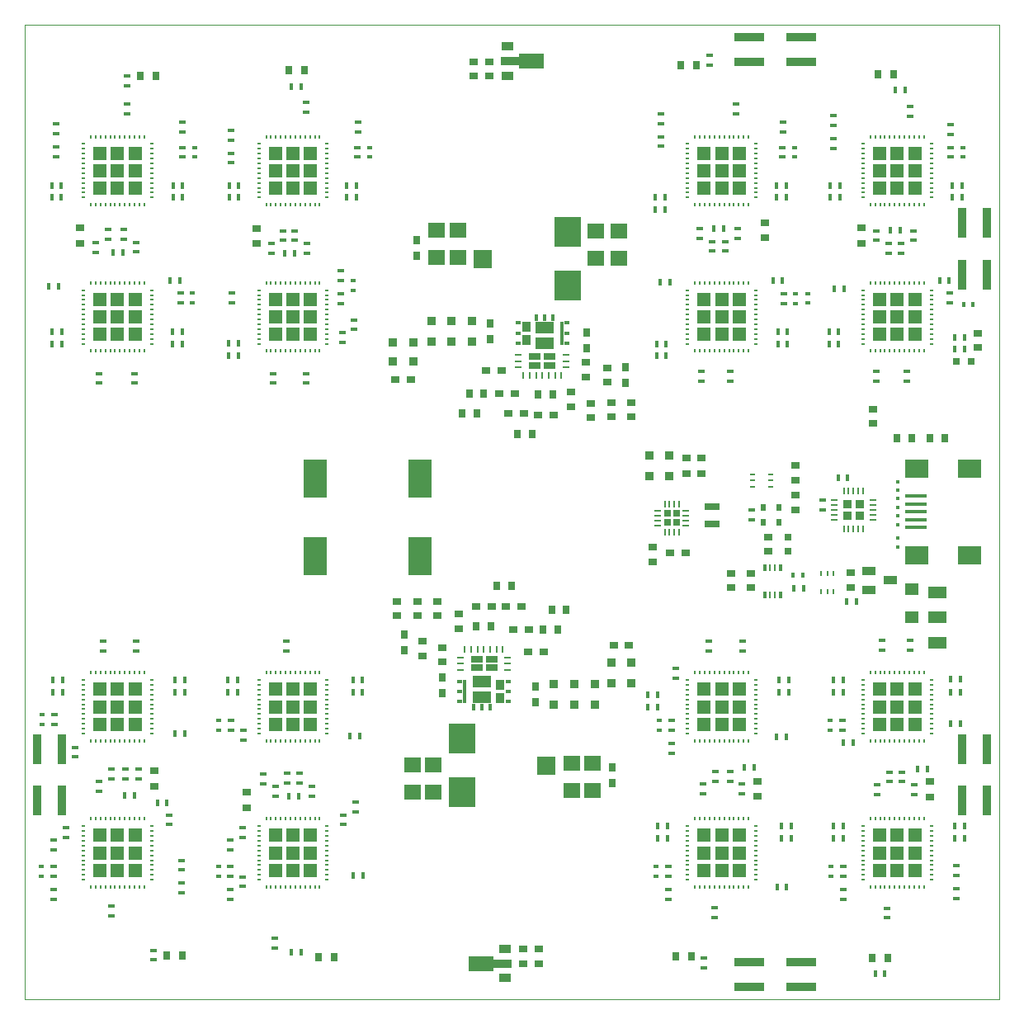
<source format=gtp>
G04 (created by PCBNEW (2013-mar-13)-testing) date Tue 16 Jul 2013 01:06:52 PM ICT*
%MOIN*%
G04 Gerber Fmt 3.4, Leading zero omitted, Abs format*
%FSLAX34Y34*%
G01*
G70*
G90*
G04 APERTURE LIST*
%ADD10C,0.00393701*%
%ADD11R,0.023622X0.0314961*%
%ADD12R,0.0688315X0.0609315*%
%ADD13R,0.0865315X0.0176315*%
%ADD14R,0.0964315X0.0767315*%
%ADD15R,0.0240157X0.00984252*%
%ADD16R,0.0767717X0.0480315*%
%ADD17R,0.0216315X0.0137315*%
%ADD18R,0.124016X0.0374016*%
%ADD19R,0.0374016X0.124016*%
%ADD20R,0.0176315X0.0098315*%
%ADD21R,0.0098315X0.0176315*%
%ADD22R,0.0570866X0.0570866*%
%ADD23R,0.0098315X0.0275315*%
%ADD24R,0.0275315X0.0098315*%
%ADD25R,0.0255906X0.0255906*%
%ADD26R,0.0098315X0.0255315*%
%ADD27R,0.0255315X0.0098315*%
%ADD28R,0.0216535X0.0149606*%
%ADD29R,0.0149606X0.0255906*%
%ADD30R,0.0452756X0.0255906*%
%ADD31R,0.075748X0.0468504*%
%ADD32R,0.0334646X0.0433071*%
%ADD33R,0.0129921X0.096063*%
%ADD34R,0.00984252X0.0240157*%
%ADD35R,0.0177165X0.0177165*%
%ADD36R,0.0492126X0.0334646*%
%ADD37R,0.0728346X0.0334646*%
%ADD38R,0.104331X0.0649606*%
%ADD39R,0.0137795X0.0275591*%
%ADD40R,0.00984252X0.0275591*%
%ADD41R,0.0531496X0.0374016*%
%ADD42R,0.0295276X0.0295276*%
%ADD43R,0.0531496X0.0492126*%
%ADD44R,0.0728346X0.0767717*%
%ADD45R,0.108268X0.120079*%
%ADD46R,0.0610236X0.0295276*%
%ADD47R,0.0295276X0.0374016*%
%ADD48R,0.0374016X0.0295276*%
%ADD49R,0.0964567X0.155512*%
%ADD50R,0.0295276X0.0334646*%
%ADD51R,0.0334646X0.0295276*%
%ADD52R,0.0374016X0.0374016*%
%ADD53R,0.0334646X0.0255906*%
%ADD54R,0.0255906X0.0334646*%
%ADD55R,0.0255906X0.0177165*%
%ADD56R,0.0177165X0.0255906*%
%ADD57R,0.0216535X0.0177165*%
%ADD58R,0.0177165X0.0216535*%
%ADD59R,0.00984252X0.0295276*%
%ADD60R,0.0295276X0.00984252*%
%ADD61R,0.0295315X0.00984252*%
G04 APERTURE END LIST*
G54D10*
X38779Y-61023D02*
X78149Y-61023D01*
X78149Y-61023D02*
X78149Y-21653D01*
X78149Y-21653D02*
X38779Y-21653D01*
X38779Y-21653D02*
X38779Y-61023D01*
G54D11*
X69242Y-41151D03*
X68592Y-41151D03*
X69242Y-41761D03*
X68592Y-41761D03*
G54D12*
X56279Y-29960D03*
X56279Y-31062D03*
X55413Y-29960D03*
X55413Y-31062D03*
X61850Y-29980D03*
X61850Y-31082D03*
X62775Y-29980D03*
X62775Y-31082D03*
X60885Y-52607D03*
X60885Y-51505D03*
X61712Y-52587D03*
X61712Y-51485D03*
X55275Y-52657D03*
X55275Y-51555D03*
X54429Y-52657D03*
X54429Y-51555D03*
G54D13*
X74763Y-41338D03*
X74763Y-41652D03*
X74763Y-41967D03*
X74763Y-41024D03*
X74763Y-40709D03*
G54D14*
X74803Y-43089D03*
X74803Y-39587D03*
X76948Y-43089D03*
X76948Y-39587D03*
G54D15*
X68905Y-40334D03*
X68181Y-40078D03*
X68905Y-39822D03*
X68905Y-40078D03*
X68181Y-39822D03*
X68181Y-40334D03*
G54D16*
X75629Y-45610D03*
X75629Y-46614D03*
X75629Y-44606D03*
G54D17*
X70403Y-32539D03*
X70403Y-32893D03*
G54D18*
X68051Y-23159D03*
X68051Y-22155D03*
X70137Y-22155D03*
X70137Y-23159D03*
G54D19*
X76643Y-29665D03*
X77647Y-29665D03*
X77647Y-31751D03*
X76643Y-31751D03*
X76643Y-50925D03*
X77647Y-50925D03*
X77647Y-53011D03*
X76643Y-53011D03*
G54D18*
X70137Y-59517D03*
X70137Y-60521D03*
X68051Y-60521D03*
X68051Y-59517D03*
G54D20*
X43896Y-26477D03*
X43896Y-26674D03*
X43896Y-26871D03*
X43896Y-27067D03*
X43896Y-27264D03*
X43896Y-27461D03*
X43896Y-27657D03*
X43896Y-27854D03*
X43896Y-28051D03*
X43896Y-28247D03*
X43896Y-28444D03*
X43896Y-28641D03*
G54D21*
X43601Y-28936D03*
X43404Y-28936D03*
X43207Y-28936D03*
X43011Y-28936D03*
X42814Y-28936D03*
X42617Y-28936D03*
X42421Y-28936D03*
X42224Y-28936D03*
X42027Y-28936D03*
X41831Y-28936D03*
X41634Y-28936D03*
X41437Y-28936D03*
G54D20*
X41142Y-28641D03*
X41142Y-28444D03*
X41142Y-28247D03*
X41142Y-28051D03*
X41142Y-27854D03*
X41142Y-27657D03*
X41142Y-27461D03*
X41142Y-27264D03*
X41142Y-27067D03*
X41142Y-26871D03*
X41142Y-26674D03*
X41142Y-26477D03*
G54D21*
X41437Y-26182D03*
X41634Y-26182D03*
X41831Y-26182D03*
X42027Y-26182D03*
X42224Y-26182D03*
X42421Y-26182D03*
X42617Y-26182D03*
X42814Y-26182D03*
X43011Y-26182D03*
X43207Y-26182D03*
X43404Y-26182D03*
X43601Y-26182D03*
G54D22*
X41811Y-26850D03*
X42519Y-26850D03*
X43228Y-26850D03*
X41811Y-27559D03*
X42519Y-27559D03*
X43228Y-27559D03*
X41811Y-28267D03*
X42519Y-28267D03*
X43228Y-28267D03*
G54D20*
X43896Y-32382D03*
X43896Y-32579D03*
X43896Y-32776D03*
X43896Y-32972D03*
X43896Y-33169D03*
X43896Y-33366D03*
X43896Y-33562D03*
X43896Y-33759D03*
X43896Y-33956D03*
X43896Y-34152D03*
X43896Y-34349D03*
X43896Y-34546D03*
G54D21*
X43601Y-34841D03*
X43404Y-34841D03*
X43207Y-34841D03*
X43011Y-34841D03*
X42814Y-34841D03*
X42617Y-34841D03*
X42421Y-34841D03*
X42224Y-34841D03*
X42027Y-34841D03*
X41831Y-34841D03*
X41634Y-34841D03*
X41437Y-34841D03*
G54D20*
X41142Y-34546D03*
X41142Y-34349D03*
X41142Y-34152D03*
X41142Y-33956D03*
X41142Y-33759D03*
X41142Y-33562D03*
X41142Y-33366D03*
X41142Y-33169D03*
X41142Y-32972D03*
X41142Y-32776D03*
X41142Y-32579D03*
X41142Y-32382D03*
G54D21*
X41437Y-32087D03*
X41634Y-32087D03*
X41831Y-32087D03*
X42027Y-32087D03*
X42224Y-32087D03*
X42421Y-32087D03*
X42617Y-32087D03*
X42814Y-32087D03*
X43011Y-32087D03*
X43207Y-32087D03*
X43404Y-32087D03*
X43601Y-32087D03*
G54D22*
X41811Y-32755D03*
X42519Y-32755D03*
X43228Y-32755D03*
X41811Y-33464D03*
X42519Y-33464D03*
X43228Y-33464D03*
X41811Y-34173D03*
X42519Y-34173D03*
X43228Y-34173D03*
G54D20*
X50983Y-32382D03*
X50983Y-32579D03*
X50983Y-32776D03*
X50983Y-32972D03*
X50983Y-33169D03*
X50983Y-33366D03*
X50983Y-33562D03*
X50983Y-33759D03*
X50983Y-33956D03*
X50983Y-34152D03*
X50983Y-34349D03*
X50983Y-34546D03*
G54D21*
X50688Y-34841D03*
X50491Y-34841D03*
X50294Y-34841D03*
X50098Y-34841D03*
X49901Y-34841D03*
X49704Y-34841D03*
X49508Y-34841D03*
X49311Y-34841D03*
X49114Y-34841D03*
X48918Y-34841D03*
X48721Y-34841D03*
X48524Y-34841D03*
G54D20*
X48229Y-34546D03*
X48229Y-34349D03*
X48229Y-34152D03*
X48229Y-33956D03*
X48229Y-33759D03*
X48229Y-33562D03*
X48229Y-33366D03*
X48229Y-33169D03*
X48229Y-32972D03*
X48229Y-32776D03*
X48229Y-32579D03*
X48229Y-32382D03*
G54D21*
X48524Y-32087D03*
X48721Y-32087D03*
X48918Y-32087D03*
X49114Y-32087D03*
X49311Y-32087D03*
X49508Y-32087D03*
X49704Y-32087D03*
X49901Y-32087D03*
X50098Y-32087D03*
X50294Y-32087D03*
X50491Y-32087D03*
X50688Y-32087D03*
G54D22*
X48897Y-32755D03*
X49606Y-32755D03*
X50314Y-32755D03*
X48897Y-33464D03*
X49606Y-33464D03*
X50314Y-33464D03*
X48897Y-34173D03*
X49606Y-34173D03*
X50314Y-34173D03*
G54D20*
X50983Y-26477D03*
X50983Y-26674D03*
X50983Y-26871D03*
X50983Y-27067D03*
X50983Y-27264D03*
X50983Y-27461D03*
X50983Y-27657D03*
X50983Y-27854D03*
X50983Y-28051D03*
X50983Y-28247D03*
X50983Y-28444D03*
X50983Y-28641D03*
G54D21*
X50688Y-28936D03*
X50491Y-28936D03*
X50294Y-28936D03*
X50098Y-28936D03*
X49901Y-28936D03*
X49704Y-28936D03*
X49508Y-28936D03*
X49311Y-28936D03*
X49114Y-28936D03*
X48918Y-28936D03*
X48721Y-28936D03*
X48524Y-28936D03*
G54D20*
X48229Y-28641D03*
X48229Y-28444D03*
X48229Y-28247D03*
X48229Y-28051D03*
X48229Y-27854D03*
X48229Y-27657D03*
X48229Y-27461D03*
X48229Y-27264D03*
X48229Y-27067D03*
X48229Y-26871D03*
X48229Y-26674D03*
X48229Y-26477D03*
G54D21*
X48524Y-26182D03*
X48721Y-26182D03*
X48918Y-26182D03*
X49114Y-26182D03*
X49311Y-26182D03*
X49508Y-26182D03*
X49704Y-26182D03*
X49901Y-26182D03*
X50098Y-26182D03*
X50294Y-26182D03*
X50491Y-26182D03*
X50688Y-26182D03*
G54D22*
X48897Y-26850D03*
X49606Y-26850D03*
X50314Y-26850D03*
X48897Y-27559D03*
X49606Y-27559D03*
X50314Y-27559D03*
X48897Y-28267D03*
X49606Y-28267D03*
X50314Y-28267D03*
G54D20*
X41142Y-50294D03*
X41142Y-50097D03*
X41142Y-49900D03*
X41142Y-49704D03*
X41142Y-49507D03*
X41142Y-49310D03*
X41142Y-49114D03*
X41142Y-48917D03*
X41142Y-48720D03*
X41142Y-48524D03*
X41142Y-48327D03*
X41142Y-48130D03*
G54D21*
X41437Y-47835D03*
X41634Y-47835D03*
X41831Y-47835D03*
X42027Y-47835D03*
X42224Y-47835D03*
X42421Y-47835D03*
X42617Y-47835D03*
X42814Y-47835D03*
X43011Y-47835D03*
X43207Y-47835D03*
X43404Y-47835D03*
X43601Y-47835D03*
G54D20*
X43896Y-48130D03*
X43896Y-48327D03*
X43896Y-48524D03*
X43896Y-48720D03*
X43896Y-48917D03*
X43896Y-49114D03*
X43896Y-49310D03*
X43896Y-49507D03*
X43896Y-49704D03*
X43896Y-49900D03*
X43896Y-50097D03*
X43896Y-50294D03*
G54D21*
X43601Y-50589D03*
X43404Y-50589D03*
X43207Y-50589D03*
X43011Y-50589D03*
X42814Y-50589D03*
X42617Y-50589D03*
X42421Y-50589D03*
X42224Y-50589D03*
X42027Y-50589D03*
X41831Y-50589D03*
X41634Y-50589D03*
X41437Y-50589D03*
G54D22*
X43228Y-49921D03*
X42519Y-49921D03*
X41811Y-49921D03*
X43228Y-49212D03*
X42519Y-49212D03*
X41811Y-49212D03*
X43228Y-48503D03*
X42519Y-48503D03*
X41811Y-48503D03*
G54D20*
X41142Y-56200D03*
X41142Y-56003D03*
X41142Y-55806D03*
X41142Y-55610D03*
X41142Y-55413D03*
X41142Y-55216D03*
X41142Y-55020D03*
X41142Y-54823D03*
X41142Y-54626D03*
X41142Y-54430D03*
X41142Y-54233D03*
X41142Y-54036D03*
G54D21*
X41437Y-53741D03*
X41634Y-53741D03*
X41831Y-53741D03*
X42027Y-53741D03*
X42224Y-53741D03*
X42421Y-53741D03*
X42617Y-53741D03*
X42814Y-53741D03*
X43011Y-53741D03*
X43207Y-53741D03*
X43404Y-53741D03*
X43601Y-53741D03*
G54D20*
X43896Y-54036D03*
X43896Y-54233D03*
X43896Y-54430D03*
X43896Y-54626D03*
X43896Y-54823D03*
X43896Y-55020D03*
X43896Y-55216D03*
X43896Y-55413D03*
X43896Y-55610D03*
X43896Y-55806D03*
X43896Y-56003D03*
X43896Y-56200D03*
G54D21*
X43601Y-56495D03*
X43404Y-56495D03*
X43207Y-56495D03*
X43011Y-56495D03*
X42814Y-56495D03*
X42617Y-56495D03*
X42421Y-56495D03*
X42224Y-56495D03*
X42027Y-56495D03*
X41831Y-56495D03*
X41634Y-56495D03*
X41437Y-56495D03*
G54D22*
X43228Y-55826D03*
X42519Y-55826D03*
X41811Y-55826D03*
X43228Y-55118D03*
X42519Y-55118D03*
X41811Y-55118D03*
X43228Y-54409D03*
X42519Y-54409D03*
X41811Y-54409D03*
G54D20*
X48229Y-56200D03*
X48229Y-56003D03*
X48229Y-55806D03*
X48229Y-55610D03*
X48229Y-55413D03*
X48229Y-55216D03*
X48229Y-55020D03*
X48229Y-54823D03*
X48229Y-54626D03*
X48229Y-54430D03*
X48229Y-54233D03*
X48229Y-54036D03*
G54D21*
X48524Y-53741D03*
X48721Y-53741D03*
X48918Y-53741D03*
X49114Y-53741D03*
X49311Y-53741D03*
X49508Y-53741D03*
X49704Y-53741D03*
X49901Y-53741D03*
X50098Y-53741D03*
X50294Y-53741D03*
X50491Y-53741D03*
X50688Y-53741D03*
G54D20*
X50983Y-54036D03*
X50983Y-54233D03*
X50983Y-54430D03*
X50983Y-54626D03*
X50983Y-54823D03*
X50983Y-55020D03*
X50983Y-55216D03*
X50983Y-55413D03*
X50983Y-55610D03*
X50983Y-55806D03*
X50983Y-56003D03*
X50983Y-56200D03*
G54D21*
X50688Y-56495D03*
X50491Y-56495D03*
X50294Y-56495D03*
X50098Y-56495D03*
X49901Y-56495D03*
X49704Y-56495D03*
X49508Y-56495D03*
X49311Y-56495D03*
X49114Y-56495D03*
X48918Y-56495D03*
X48721Y-56495D03*
X48524Y-56495D03*
G54D22*
X50314Y-55826D03*
X49606Y-55826D03*
X48897Y-55826D03*
X50314Y-55118D03*
X49606Y-55118D03*
X48897Y-55118D03*
X50314Y-54409D03*
X49606Y-54409D03*
X48897Y-54409D03*
G54D20*
X48229Y-50294D03*
X48229Y-50097D03*
X48229Y-49900D03*
X48229Y-49704D03*
X48229Y-49507D03*
X48229Y-49310D03*
X48229Y-49114D03*
X48229Y-48917D03*
X48229Y-48720D03*
X48229Y-48524D03*
X48229Y-48327D03*
X48229Y-48130D03*
G54D21*
X48524Y-47835D03*
X48721Y-47835D03*
X48918Y-47835D03*
X49114Y-47835D03*
X49311Y-47835D03*
X49508Y-47835D03*
X49704Y-47835D03*
X49901Y-47835D03*
X50098Y-47835D03*
X50294Y-47835D03*
X50491Y-47835D03*
X50688Y-47835D03*
G54D20*
X50983Y-48130D03*
X50983Y-48327D03*
X50983Y-48524D03*
X50983Y-48720D03*
X50983Y-48917D03*
X50983Y-49114D03*
X50983Y-49310D03*
X50983Y-49507D03*
X50983Y-49704D03*
X50983Y-49900D03*
X50983Y-50097D03*
X50983Y-50294D03*
G54D21*
X50688Y-50589D03*
X50491Y-50589D03*
X50294Y-50589D03*
X50098Y-50589D03*
X49901Y-50589D03*
X49704Y-50589D03*
X49508Y-50589D03*
X49311Y-50589D03*
X49114Y-50589D03*
X48918Y-50589D03*
X48721Y-50589D03*
X48524Y-50589D03*
G54D22*
X50314Y-49921D03*
X49606Y-49921D03*
X48897Y-49921D03*
X50314Y-49212D03*
X49606Y-49212D03*
X48897Y-49212D03*
X50314Y-48503D03*
X49606Y-48503D03*
X48897Y-48503D03*
G54D20*
X65552Y-50294D03*
X65552Y-50097D03*
X65552Y-49900D03*
X65552Y-49704D03*
X65552Y-49507D03*
X65552Y-49310D03*
X65552Y-49114D03*
X65552Y-48917D03*
X65552Y-48720D03*
X65552Y-48524D03*
X65552Y-48327D03*
X65552Y-48130D03*
G54D21*
X65847Y-47835D03*
X66044Y-47835D03*
X66241Y-47835D03*
X66437Y-47835D03*
X66634Y-47835D03*
X66831Y-47835D03*
X67027Y-47835D03*
X67224Y-47835D03*
X67421Y-47835D03*
X67617Y-47835D03*
X67814Y-47835D03*
X68011Y-47835D03*
G54D20*
X68306Y-48130D03*
X68306Y-48327D03*
X68306Y-48524D03*
X68306Y-48720D03*
X68306Y-48917D03*
X68306Y-49114D03*
X68306Y-49310D03*
X68306Y-49507D03*
X68306Y-49704D03*
X68306Y-49900D03*
X68306Y-50097D03*
X68306Y-50294D03*
G54D21*
X68011Y-50589D03*
X67814Y-50589D03*
X67617Y-50589D03*
X67421Y-50589D03*
X67224Y-50589D03*
X67027Y-50589D03*
X66831Y-50589D03*
X66634Y-50589D03*
X66437Y-50589D03*
X66241Y-50589D03*
X66044Y-50589D03*
X65847Y-50589D03*
G54D22*
X67637Y-49921D03*
X66929Y-49921D03*
X66220Y-49921D03*
X67637Y-49212D03*
X66929Y-49212D03*
X66220Y-49212D03*
X67637Y-48503D03*
X66929Y-48503D03*
X66220Y-48503D03*
G54D20*
X65552Y-56200D03*
X65552Y-56003D03*
X65552Y-55806D03*
X65552Y-55610D03*
X65552Y-55413D03*
X65552Y-55216D03*
X65552Y-55020D03*
X65552Y-54823D03*
X65552Y-54626D03*
X65552Y-54430D03*
X65552Y-54233D03*
X65552Y-54036D03*
G54D21*
X65847Y-53741D03*
X66044Y-53741D03*
X66241Y-53741D03*
X66437Y-53741D03*
X66634Y-53741D03*
X66831Y-53741D03*
X67027Y-53741D03*
X67224Y-53741D03*
X67421Y-53741D03*
X67617Y-53741D03*
X67814Y-53741D03*
X68011Y-53741D03*
G54D20*
X68306Y-54036D03*
X68306Y-54233D03*
X68306Y-54430D03*
X68306Y-54626D03*
X68306Y-54823D03*
X68306Y-55020D03*
X68306Y-55216D03*
X68306Y-55413D03*
X68306Y-55610D03*
X68306Y-55806D03*
X68306Y-56003D03*
X68306Y-56200D03*
G54D21*
X68011Y-56495D03*
X67814Y-56495D03*
X67617Y-56495D03*
X67421Y-56495D03*
X67224Y-56495D03*
X67027Y-56495D03*
X66831Y-56495D03*
X66634Y-56495D03*
X66437Y-56495D03*
X66241Y-56495D03*
X66044Y-56495D03*
X65847Y-56495D03*
G54D22*
X67637Y-55826D03*
X66929Y-55826D03*
X66220Y-55826D03*
X67637Y-55118D03*
X66929Y-55118D03*
X66220Y-55118D03*
X67637Y-54409D03*
X66929Y-54409D03*
X66220Y-54409D03*
G54D20*
X72638Y-56200D03*
X72638Y-56003D03*
X72638Y-55806D03*
X72638Y-55610D03*
X72638Y-55413D03*
X72638Y-55216D03*
X72638Y-55020D03*
X72638Y-54823D03*
X72638Y-54626D03*
X72638Y-54430D03*
X72638Y-54233D03*
X72638Y-54036D03*
G54D21*
X72933Y-53741D03*
X73130Y-53741D03*
X73327Y-53741D03*
X73523Y-53741D03*
X73720Y-53741D03*
X73917Y-53741D03*
X74113Y-53741D03*
X74310Y-53741D03*
X74507Y-53741D03*
X74703Y-53741D03*
X74900Y-53741D03*
X75097Y-53741D03*
G54D20*
X75392Y-54036D03*
X75392Y-54233D03*
X75392Y-54430D03*
X75392Y-54626D03*
X75392Y-54823D03*
X75392Y-55020D03*
X75392Y-55216D03*
X75392Y-55413D03*
X75392Y-55610D03*
X75392Y-55806D03*
X75392Y-56003D03*
X75392Y-56200D03*
G54D21*
X75097Y-56495D03*
X74900Y-56495D03*
X74703Y-56495D03*
X74507Y-56495D03*
X74310Y-56495D03*
X74113Y-56495D03*
X73917Y-56495D03*
X73720Y-56495D03*
X73523Y-56495D03*
X73327Y-56495D03*
X73130Y-56495D03*
X72933Y-56495D03*
G54D22*
X74724Y-55826D03*
X74015Y-55826D03*
X73307Y-55826D03*
X74724Y-55118D03*
X74015Y-55118D03*
X73307Y-55118D03*
X74724Y-54409D03*
X74015Y-54409D03*
X73307Y-54409D03*
G54D20*
X72638Y-50294D03*
X72638Y-50097D03*
X72638Y-49900D03*
X72638Y-49704D03*
X72638Y-49507D03*
X72638Y-49310D03*
X72638Y-49114D03*
X72638Y-48917D03*
X72638Y-48720D03*
X72638Y-48524D03*
X72638Y-48327D03*
X72638Y-48130D03*
G54D21*
X72933Y-47835D03*
X73130Y-47835D03*
X73327Y-47835D03*
X73523Y-47835D03*
X73720Y-47835D03*
X73917Y-47835D03*
X74113Y-47835D03*
X74310Y-47835D03*
X74507Y-47835D03*
X74703Y-47835D03*
X74900Y-47835D03*
X75097Y-47835D03*
G54D20*
X75392Y-48130D03*
X75392Y-48327D03*
X75392Y-48524D03*
X75392Y-48720D03*
X75392Y-48917D03*
X75392Y-49114D03*
X75392Y-49310D03*
X75392Y-49507D03*
X75392Y-49704D03*
X75392Y-49900D03*
X75392Y-50097D03*
X75392Y-50294D03*
G54D21*
X75097Y-50589D03*
X74900Y-50589D03*
X74703Y-50589D03*
X74507Y-50589D03*
X74310Y-50589D03*
X74113Y-50589D03*
X73917Y-50589D03*
X73720Y-50589D03*
X73523Y-50589D03*
X73327Y-50589D03*
X73130Y-50589D03*
X72933Y-50589D03*
G54D22*
X74724Y-49921D03*
X74015Y-49921D03*
X73307Y-49921D03*
X74724Y-49212D03*
X74015Y-49212D03*
X73307Y-49212D03*
X74724Y-48503D03*
X74015Y-48503D03*
X73307Y-48503D03*
G54D20*
X75392Y-32382D03*
X75392Y-32579D03*
X75392Y-32776D03*
X75392Y-32972D03*
X75392Y-33169D03*
X75392Y-33366D03*
X75392Y-33562D03*
X75392Y-33759D03*
X75392Y-33956D03*
X75392Y-34152D03*
X75392Y-34349D03*
X75392Y-34546D03*
G54D21*
X75097Y-34841D03*
X74900Y-34841D03*
X74703Y-34841D03*
X74507Y-34841D03*
X74310Y-34841D03*
X74113Y-34841D03*
X73917Y-34841D03*
X73720Y-34841D03*
X73523Y-34841D03*
X73327Y-34841D03*
X73130Y-34841D03*
X72933Y-34841D03*
G54D20*
X72638Y-34546D03*
X72638Y-34349D03*
X72638Y-34152D03*
X72638Y-33956D03*
X72638Y-33759D03*
X72638Y-33562D03*
X72638Y-33366D03*
X72638Y-33169D03*
X72638Y-32972D03*
X72638Y-32776D03*
X72638Y-32579D03*
X72638Y-32382D03*
G54D21*
X72933Y-32087D03*
X73130Y-32087D03*
X73327Y-32087D03*
X73523Y-32087D03*
X73720Y-32087D03*
X73917Y-32087D03*
X74113Y-32087D03*
X74310Y-32087D03*
X74507Y-32087D03*
X74703Y-32087D03*
X74900Y-32087D03*
X75097Y-32087D03*
G54D22*
X73307Y-32755D03*
X74015Y-32755D03*
X74724Y-32755D03*
X73307Y-33464D03*
X74015Y-33464D03*
X74724Y-33464D03*
X73307Y-34173D03*
X74015Y-34173D03*
X74724Y-34173D03*
G54D20*
X75392Y-26477D03*
X75392Y-26674D03*
X75392Y-26871D03*
X75392Y-27067D03*
X75392Y-27264D03*
X75392Y-27461D03*
X75392Y-27657D03*
X75392Y-27854D03*
X75392Y-28051D03*
X75392Y-28247D03*
X75392Y-28444D03*
X75392Y-28641D03*
G54D21*
X75097Y-28936D03*
X74900Y-28936D03*
X74703Y-28936D03*
X74507Y-28936D03*
X74310Y-28936D03*
X74113Y-28936D03*
X73917Y-28936D03*
X73720Y-28936D03*
X73523Y-28936D03*
X73327Y-28936D03*
X73130Y-28936D03*
X72933Y-28936D03*
G54D20*
X72638Y-28641D03*
X72638Y-28444D03*
X72638Y-28247D03*
X72638Y-28051D03*
X72638Y-27854D03*
X72638Y-27657D03*
X72638Y-27461D03*
X72638Y-27264D03*
X72638Y-27067D03*
X72638Y-26871D03*
X72638Y-26674D03*
X72638Y-26477D03*
G54D21*
X72933Y-26182D03*
X73130Y-26182D03*
X73327Y-26182D03*
X73523Y-26182D03*
X73720Y-26182D03*
X73917Y-26182D03*
X74113Y-26182D03*
X74310Y-26182D03*
X74507Y-26182D03*
X74703Y-26182D03*
X74900Y-26182D03*
X75097Y-26182D03*
G54D22*
X73307Y-26850D03*
X74015Y-26850D03*
X74724Y-26850D03*
X73307Y-27559D03*
X74015Y-27559D03*
X74724Y-27559D03*
X73307Y-28267D03*
X74015Y-28267D03*
X74724Y-28267D03*
G54D20*
X68306Y-26477D03*
X68306Y-26674D03*
X68306Y-26871D03*
X68306Y-27067D03*
X68306Y-27264D03*
X68306Y-27461D03*
X68306Y-27657D03*
X68306Y-27854D03*
X68306Y-28051D03*
X68306Y-28247D03*
X68306Y-28444D03*
X68306Y-28641D03*
G54D21*
X68011Y-28936D03*
X67814Y-28936D03*
X67617Y-28936D03*
X67421Y-28936D03*
X67224Y-28936D03*
X67027Y-28936D03*
X66831Y-28936D03*
X66634Y-28936D03*
X66437Y-28936D03*
X66241Y-28936D03*
X66044Y-28936D03*
X65847Y-28936D03*
G54D20*
X65552Y-28641D03*
X65552Y-28444D03*
X65552Y-28247D03*
X65552Y-28051D03*
X65552Y-27854D03*
X65552Y-27657D03*
X65552Y-27461D03*
X65552Y-27264D03*
X65552Y-27067D03*
X65552Y-26871D03*
X65552Y-26674D03*
X65552Y-26477D03*
G54D21*
X65847Y-26182D03*
X66044Y-26182D03*
X66241Y-26182D03*
X66437Y-26182D03*
X66634Y-26182D03*
X66831Y-26182D03*
X67027Y-26182D03*
X67224Y-26182D03*
X67421Y-26182D03*
X67617Y-26182D03*
X67814Y-26182D03*
X68011Y-26182D03*
G54D22*
X66220Y-26850D03*
X66929Y-26850D03*
X67637Y-26850D03*
X66220Y-27559D03*
X66929Y-27559D03*
X67637Y-27559D03*
X66220Y-28267D03*
X66929Y-28267D03*
X67637Y-28267D03*
G54D20*
X68306Y-32382D03*
X68306Y-32579D03*
X68306Y-32776D03*
X68306Y-32972D03*
X68306Y-33169D03*
X68306Y-33366D03*
X68306Y-33562D03*
X68306Y-33759D03*
X68306Y-33956D03*
X68306Y-34152D03*
X68306Y-34349D03*
X68306Y-34546D03*
G54D21*
X68011Y-34841D03*
X67814Y-34841D03*
X67617Y-34841D03*
X67421Y-34841D03*
X67224Y-34841D03*
X67027Y-34841D03*
X66831Y-34841D03*
X66634Y-34841D03*
X66437Y-34841D03*
X66241Y-34841D03*
X66044Y-34841D03*
X65847Y-34841D03*
G54D20*
X65552Y-34546D03*
X65552Y-34349D03*
X65552Y-34152D03*
X65552Y-33956D03*
X65552Y-33759D03*
X65552Y-33562D03*
X65552Y-33366D03*
X65552Y-33169D03*
X65552Y-32972D03*
X65552Y-32776D03*
X65552Y-32579D03*
X65552Y-32382D03*
G54D21*
X65847Y-32087D03*
X66044Y-32087D03*
X66241Y-32087D03*
X66437Y-32087D03*
X66634Y-32087D03*
X66831Y-32087D03*
X67027Y-32087D03*
X67224Y-32087D03*
X67421Y-32087D03*
X67617Y-32087D03*
X67814Y-32087D03*
X68011Y-32087D03*
G54D22*
X66220Y-32755D03*
X66929Y-32755D03*
X67637Y-32755D03*
X66220Y-33464D03*
X66929Y-33464D03*
X67637Y-33464D03*
X66220Y-34173D03*
X66929Y-34173D03*
X67637Y-34173D03*
G54D23*
X65214Y-41015D03*
X65017Y-41015D03*
X64821Y-41015D03*
X64624Y-41015D03*
G54D24*
X64349Y-41290D03*
X64349Y-41487D03*
X64349Y-41683D03*
X64349Y-41880D03*
G54D23*
X64624Y-42155D03*
X64821Y-42155D03*
X65017Y-42155D03*
X65214Y-42155D03*
G54D24*
X65489Y-41880D03*
X65489Y-41683D03*
X65489Y-41487D03*
X65489Y-41290D03*
G54D25*
X65096Y-41408D03*
X65096Y-41763D03*
X64742Y-41408D03*
X64742Y-41763D03*
G54D26*
X58917Y-35816D03*
X59173Y-35816D03*
X59429Y-35816D03*
X59685Y-35816D03*
X59940Y-35816D03*
X60196Y-35816D03*
X60452Y-35816D03*
G54D27*
X60649Y-35501D03*
X60649Y-35245D03*
X60649Y-34989D03*
X58721Y-35501D03*
X58721Y-35245D03*
X58721Y-34989D03*
G54D28*
X58700Y-33710D03*
X58700Y-34123D03*
X58700Y-34536D03*
X60669Y-33710D03*
X60669Y-34123D03*
X60659Y-34536D03*
G54D29*
X59773Y-33483D03*
X59438Y-33483D03*
X60108Y-33483D03*
G54D30*
X59960Y-35078D03*
X59370Y-35078D03*
X59370Y-35412D03*
X59960Y-35412D03*
G54D31*
X59773Y-34517D03*
X59773Y-33906D03*
G54D32*
X59025Y-34379D03*
X59025Y-33867D03*
G54D33*
X60472Y-34123D03*
G54D26*
X58089Y-46902D03*
X57833Y-46902D03*
X57577Y-46902D03*
X57322Y-46902D03*
X57066Y-46902D03*
X56810Y-46902D03*
X56554Y-46902D03*
G54D27*
X56358Y-47218D03*
X56358Y-47474D03*
X56358Y-47730D03*
X58286Y-47218D03*
X58286Y-47474D03*
X58286Y-47730D03*
G54D28*
X58306Y-49008D03*
X58306Y-48595D03*
X58306Y-48182D03*
X56337Y-49008D03*
X56337Y-48595D03*
X56347Y-48182D03*
G54D29*
X57233Y-49235D03*
X57568Y-49235D03*
X56898Y-49235D03*
G54D30*
X57046Y-47640D03*
X57636Y-47640D03*
X57636Y-47306D03*
X57046Y-47306D03*
G54D31*
X57233Y-48201D03*
X57233Y-48812D03*
G54D32*
X57981Y-48339D03*
X57981Y-48851D03*
G54D33*
X56534Y-48595D03*
G54D19*
X40285Y-53011D03*
X39281Y-53011D03*
X39281Y-50925D03*
X40285Y-50925D03*
G54D34*
X70944Y-44545D03*
X71200Y-43820D03*
X71456Y-44545D03*
X71200Y-44545D03*
X71456Y-43820D03*
X70944Y-43820D03*
G54D35*
X74025Y-41496D03*
X74025Y-41850D03*
X74025Y-40807D03*
X74025Y-41161D03*
X74035Y-42401D03*
X74035Y-42755D03*
X74025Y-40118D03*
X74025Y-40472D03*
G54D36*
X58263Y-22542D03*
G54D37*
X58361Y-23133D03*
G54D36*
X58263Y-23724D03*
G54D38*
X59248Y-23133D03*
G54D36*
X58188Y-60177D03*
G54D37*
X58090Y-59586D03*
G54D36*
X58188Y-58995D03*
G54D38*
X57204Y-59586D03*
G54D39*
X69291Y-44685D03*
X68661Y-44685D03*
G54D40*
X68877Y-44685D03*
X69074Y-44685D03*
X69074Y-43602D03*
X68877Y-43602D03*
G54D39*
X68661Y-43602D03*
X69291Y-43602D03*
G54D41*
X72883Y-43740D03*
X72883Y-44488D03*
X73750Y-44104D03*
G54D42*
X69616Y-42352D03*
X69616Y-42942D03*
X76407Y-35275D03*
X76998Y-35275D03*
G54D43*
X74596Y-45600D03*
X74596Y-44458D03*
G54D44*
X57290Y-31123D03*
G54D45*
X60696Y-32205D03*
X60696Y-30040D03*
G54D44*
X59838Y-51588D03*
G54D45*
X56432Y-50505D03*
X56432Y-52670D03*
G54D46*
X66525Y-41840D03*
X66525Y-41131D03*
G54D47*
X44074Y-23740D03*
X43444Y-23740D03*
X50068Y-23494D03*
X49438Y-23494D03*
G54D48*
X48139Y-29881D03*
X48139Y-30511D03*
X41023Y-29862D03*
X41023Y-30492D03*
X44015Y-52431D03*
X44015Y-51801D03*
X47746Y-53307D03*
X47746Y-52677D03*
G54D47*
X45127Y-59261D03*
X44498Y-59261D03*
X51259Y-59320D03*
X50629Y-59320D03*
X65078Y-59301D03*
X65708Y-59301D03*
X73011Y-59360D03*
X73641Y-59360D03*
G54D48*
X68366Y-52844D03*
X68366Y-52214D03*
X75324Y-52874D03*
X75324Y-52244D03*
X68681Y-29645D03*
X68681Y-30275D03*
X72559Y-29862D03*
X72559Y-30492D03*
G54D47*
X65285Y-23307D03*
X65915Y-23307D03*
X73238Y-23661D03*
X73868Y-23661D03*
G54D49*
X50515Y-43141D03*
X50515Y-39992D03*
X54736Y-43141D03*
X54736Y-39992D03*
G54D50*
X59409Y-49015D03*
X59409Y-48385D03*
X57559Y-34370D03*
X57559Y-33740D03*
G54D51*
X53740Y-35984D03*
X54370Y-35984D03*
X57539Y-23716D03*
X56909Y-23716D03*
X57539Y-23157D03*
X56909Y-23157D03*
X58897Y-58996D03*
X59527Y-58996D03*
X58897Y-59586D03*
X59527Y-59586D03*
X66122Y-39173D03*
X65492Y-39173D03*
X66122Y-39783D03*
X65492Y-39783D03*
X64842Y-43011D03*
X65472Y-43011D03*
X58204Y-45159D03*
X58833Y-45159D03*
X57644Y-45151D03*
X57015Y-45151D03*
G54D50*
X54114Y-46929D03*
X54114Y-46299D03*
X62500Y-52293D03*
X62500Y-51663D03*
G54D51*
X59118Y-46985D03*
X59747Y-46985D03*
X62559Y-46732D03*
X63188Y-46732D03*
X58507Y-46103D03*
X59136Y-46103D03*
G54D50*
X55645Y-48017D03*
X55645Y-48646D03*
G54D51*
X58936Y-37375D03*
X58307Y-37375D03*
X59511Y-37422D03*
X60140Y-37422D03*
G54D50*
X63031Y-35511D03*
X63031Y-36141D03*
X54606Y-30354D03*
X54606Y-30984D03*
G54D51*
X58038Y-35635D03*
X57409Y-35635D03*
X58573Y-36548D03*
X57944Y-36548D03*
G54D50*
X61464Y-34713D03*
X61464Y-34084D03*
G54D52*
X63996Y-39881D03*
X64822Y-39881D03*
X63996Y-39074D03*
X64822Y-39074D03*
X60157Y-48287D03*
X60157Y-49114D03*
X60984Y-48287D03*
X60984Y-49114D03*
X61811Y-48287D03*
X61811Y-49114D03*
X62460Y-48267D03*
X63287Y-48267D03*
X62460Y-47440D03*
X63287Y-47440D03*
X56850Y-34468D03*
X56850Y-33641D03*
X56023Y-34468D03*
X56023Y-33641D03*
X55196Y-34468D03*
X55196Y-33641D03*
X54468Y-34488D03*
X53641Y-34488D03*
X54468Y-35275D03*
X53641Y-35275D03*
G54D53*
X68110Y-43818D03*
X68110Y-44409D03*
X67312Y-43818D03*
X67312Y-44409D03*
X72145Y-43799D03*
X72145Y-44389D03*
X68818Y-42942D03*
X68818Y-42352D03*
X77283Y-34704D03*
X77283Y-34114D03*
X73051Y-37185D03*
X73051Y-37775D03*
G54D54*
X75354Y-38346D03*
X75944Y-38346D03*
X74606Y-38346D03*
X74015Y-38346D03*
G54D53*
X69911Y-39468D03*
X69911Y-40059D03*
X69911Y-40669D03*
X69911Y-41259D03*
X64133Y-42775D03*
X64133Y-43366D03*
X56303Y-45477D03*
X56303Y-46068D03*
X54830Y-47154D03*
X54830Y-46563D03*
X54633Y-45540D03*
X54633Y-44949D03*
G54D54*
X57857Y-44340D03*
X58448Y-44340D03*
G54D53*
X53811Y-44945D03*
X53811Y-45536D03*
X55440Y-45540D03*
X55440Y-44949D03*
X55653Y-46815D03*
X55653Y-47406D03*
G54D54*
X60062Y-45304D03*
X60653Y-45304D03*
X59723Y-46103D03*
X60314Y-46103D03*
X57606Y-45970D03*
X57015Y-45970D03*
G54D53*
X60834Y-37095D03*
X60834Y-36504D03*
X62307Y-35516D03*
X62307Y-36107D03*
X62464Y-36914D03*
X62464Y-37505D03*
G54D54*
X59259Y-38194D03*
X58668Y-38194D03*
G54D53*
X63267Y-37509D03*
X63267Y-36918D03*
X61645Y-36945D03*
X61645Y-37536D03*
X61456Y-35902D03*
X61456Y-35311D03*
G54D54*
X57043Y-37375D03*
X56452Y-37375D03*
X57322Y-36548D03*
X56731Y-36548D03*
X59503Y-36596D03*
X60094Y-36596D03*
G54D55*
X70994Y-40866D03*
X70994Y-41259D03*
G54D56*
X71988Y-44970D03*
X72381Y-44970D03*
X69832Y-44429D03*
X70226Y-44429D03*
G54D55*
X43366Y-51722D03*
X43366Y-52116D03*
G54D56*
X49448Y-52834D03*
X49842Y-52834D03*
G54D55*
X43966Y-59045D03*
X43966Y-59438D03*
G54D56*
X49931Y-59124D03*
X49537Y-59124D03*
X68248Y-51673D03*
X67854Y-51673D03*
X75246Y-51732D03*
X74852Y-51732D03*
G54D55*
X66220Y-59370D03*
X66220Y-59763D03*
G54D56*
X73523Y-59980D03*
X73129Y-59980D03*
X73740Y-29960D03*
X74133Y-29960D03*
X67007Y-29901D03*
X66614Y-29901D03*
X73946Y-24301D03*
X74340Y-24301D03*
G54D55*
X66456Y-23297D03*
X66456Y-22903D03*
G54D56*
X49665Y-30885D03*
X49271Y-30885D03*
X42342Y-30846D03*
X42736Y-30846D03*
X49547Y-24153D03*
X49940Y-24153D03*
G54D55*
X42913Y-23740D03*
X42913Y-24133D03*
X68129Y-41259D03*
X68129Y-41653D03*
G54D56*
X71624Y-39970D03*
X72017Y-39970D03*
G54D55*
X41948Y-46948D03*
X41948Y-46555D03*
X40797Y-50846D03*
X40797Y-51240D03*
G54D56*
X40314Y-48622D03*
X39921Y-48622D03*
X43208Y-52785D03*
X42814Y-52785D03*
X44842Y-48622D03*
X45236Y-48622D03*
X44842Y-50295D03*
X45236Y-50295D03*
G54D55*
X42834Y-51732D03*
X42834Y-52125D03*
X42263Y-51732D03*
X42263Y-52125D03*
X39970Y-49537D03*
X39970Y-49931D03*
G54D56*
X40314Y-48129D03*
X39921Y-48129D03*
X44842Y-48129D03*
X45236Y-48129D03*
X51919Y-50403D03*
X52312Y-50403D03*
X47362Y-48622D03*
X46968Y-48622D03*
G54D55*
X48405Y-51919D03*
X48405Y-52312D03*
X49350Y-46948D03*
X49350Y-46555D03*
G54D56*
X52027Y-48622D03*
X52421Y-48622D03*
G54D55*
X47598Y-50177D03*
X47598Y-50570D03*
X49881Y-51909D03*
X49881Y-52303D03*
X49389Y-51909D03*
X49389Y-52303D03*
X47106Y-49763D03*
X47106Y-50157D03*
G54D56*
X47362Y-48129D03*
X46968Y-48129D03*
X52027Y-48129D03*
X52421Y-48129D03*
G54D55*
X42283Y-57273D03*
X42283Y-57667D03*
X39940Y-56988D03*
X39940Y-56594D03*
X39940Y-55000D03*
X39940Y-54606D03*
X41771Y-52637D03*
X41771Y-52244D03*
G54D56*
X44124Y-53080D03*
X44517Y-53080D03*
G54D55*
X43287Y-46948D03*
X43287Y-46555D03*
X45098Y-56732D03*
X45098Y-56338D03*
X45098Y-55413D03*
X45098Y-55807D03*
X39940Y-55669D03*
X39940Y-56062D03*
X40433Y-54094D03*
X40433Y-54488D03*
X44622Y-53976D03*
X44622Y-53582D03*
G54D56*
X52037Y-56013D03*
X52431Y-56013D03*
G54D55*
X47086Y-56988D03*
X47086Y-56594D03*
X47086Y-55000D03*
X47086Y-54606D03*
X50374Y-52814D03*
X50374Y-52421D03*
X52125Y-53070D03*
X52125Y-53464D03*
X47578Y-56082D03*
X47578Y-56476D03*
X48897Y-52814D03*
X48897Y-52421D03*
X48887Y-58553D03*
X48887Y-58946D03*
X47086Y-55669D03*
X47086Y-56062D03*
X47578Y-54094D03*
X47578Y-54488D03*
X51633Y-53976D03*
X51633Y-53582D03*
X67736Y-52736D03*
X67736Y-52342D03*
G54D56*
X64350Y-48720D03*
X63956Y-48720D03*
G54D55*
X67775Y-46948D03*
X67775Y-46555D03*
X66397Y-46948D03*
X66397Y-46555D03*
G54D56*
X69251Y-48622D03*
X69645Y-48622D03*
G54D55*
X64901Y-51082D03*
X64901Y-50688D03*
X67263Y-51830D03*
X67263Y-52224D03*
X66673Y-51830D03*
X66673Y-52224D03*
X64901Y-49763D03*
X64901Y-50157D03*
X65078Y-48070D03*
X65078Y-47677D03*
G54D56*
X69251Y-48129D03*
X69645Y-48129D03*
G54D55*
X74704Y-52755D03*
X74704Y-52362D03*
X74547Y-46929D03*
X74547Y-46535D03*
G54D56*
X71850Y-48622D03*
X71456Y-48622D03*
G54D55*
X73405Y-46929D03*
X73405Y-46535D03*
G54D56*
X76181Y-48622D03*
X76574Y-48622D03*
X72234Y-50669D03*
X71840Y-50669D03*
G54D55*
X74212Y-51850D03*
X74212Y-52244D03*
X73700Y-51850D03*
X73700Y-52244D03*
X71811Y-49763D03*
X71811Y-50157D03*
G54D56*
X71850Y-48129D03*
X71456Y-48129D03*
X76181Y-48110D03*
X76574Y-48110D03*
X69163Y-56505D03*
X69557Y-56505D03*
X64350Y-49212D03*
X63956Y-49212D03*
X64744Y-54527D03*
X64350Y-54527D03*
G54D55*
X66181Y-52736D03*
X66181Y-52342D03*
G54D56*
X69330Y-54527D03*
X69724Y-54527D03*
G54D55*
X64763Y-56988D03*
X64763Y-56594D03*
G54D56*
X69143Y-50442D03*
X69537Y-50442D03*
G54D55*
X66649Y-57334D03*
X66649Y-57728D03*
X64763Y-55669D03*
X64763Y-56062D03*
G54D56*
X64744Y-54035D03*
X64350Y-54035D03*
X69330Y-54035D03*
X69724Y-54035D03*
G54D55*
X73610Y-57350D03*
X73610Y-57744D03*
X76417Y-56968D03*
X76417Y-56574D03*
G54D56*
X71830Y-54527D03*
X71437Y-54527D03*
G54D55*
X73208Y-52755D03*
X73208Y-52362D03*
G54D56*
X76338Y-54527D03*
X76732Y-54527D03*
G54D55*
X71830Y-56988D03*
X71830Y-56594D03*
X76417Y-55629D03*
X76417Y-56023D03*
G54D56*
X76181Y-49881D03*
X76574Y-49881D03*
G54D55*
X71830Y-55669D03*
X71830Y-56062D03*
G54D56*
X71830Y-54035D03*
X71437Y-54035D03*
X76338Y-54035D03*
X76732Y-54035D03*
G54D55*
X73188Y-35669D03*
X73188Y-36062D03*
G54D56*
X76338Y-34281D03*
X76732Y-34281D03*
G54D55*
X67263Y-35673D03*
X67263Y-36066D03*
X74397Y-35653D03*
X74397Y-36047D03*
G54D56*
X71653Y-34055D03*
X71259Y-34055D03*
G54D55*
X73661Y-30885D03*
X73661Y-30492D03*
X74173Y-30885D03*
X74173Y-30492D03*
G54D56*
X75728Y-32007D03*
X76122Y-32007D03*
G54D55*
X76141Y-32893D03*
X76141Y-32500D03*
G54D56*
X76338Y-34763D03*
X76732Y-34763D03*
X71653Y-34547D03*
X71259Y-34547D03*
X69192Y-34074D03*
X69586Y-34074D03*
X64842Y-32047D03*
X64448Y-32047D03*
G54D55*
X66043Y-29901D03*
X66043Y-30295D03*
G54D56*
X68996Y-32007D03*
X69389Y-32007D03*
X64685Y-35039D03*
X64291Y-35039D03*
G54D55*
X66122Y-35669D03*
X66122Y-36062D03*
X67086Y-30807D03*
X67086Y-30413D03*
X66535Y-30807D03*
X66535Y-30413D03*
X69448Y-32913D03*
X69448Y-32519D03*
G54D56*
X69192Y-34547D03*
X69586Y-34547D03*
X64685Y-34547D03*
X64291Y-34547D03*
G54D55*
X71456Y-26653D03*
X71456Y-26259D03*
X76181Y-25688D03*
X76181Y-26082D03*
G54D56*
X76240Y-28149D03*
X76633Y-28149D03*
G54D55*
X74665Y-29980D03*
X74665Y-30374D03*
G54D56*
X71712Y-28149D03*
X71318Y-28149D03*
G54D55*
X71456Y-25334D03*
X71456Y-25728D03*
X73169Y-29980D03*
X73169Y-30374D03*
X74551Y-25370D03*
X74551Y-24976D03*
X76181Y-27007D03*
X76181Y-26614D03*
G54D56*
X76240Y-28641D03*
X76633Y-28641D03*
X71712Y-28641D03*
X71318Y-28641D03*
G54D55*
X64468Y-25255D03*
X64468Y-25649D03*
G54D56*
X69133Y-28169D03*
X69527Y-28169D03*
G54D55*
X69409Y-25590D03*
X69409Y-25984D03*
X67578Y-29901D03*
X67578Y-30295D03*
G54D56*
X71860Y-32312D03*
X71466Y-32312D03*
X64625Y-29133D03*
X64232Y-29133D03*
G54D55*
X64468Y-26574D03*
X64468Y-26181D03*
X67519Y-25255D03*
X67519Y-24862D03*
X69389Y-27007D03*
X69389Y-26614D03*
G54D56*
X69133Y-28641D03*
X69527Y-28641D03*
X64625Y-28641D03*
X64232Y-28641D03*
G54D55*
X47125Y-32893D03*
X47125Y-32500D03*
X50177Y-30885D03*
X50177Y-30492D03*
X48740Y-30885D03*
X48740Y-30492D03*
X52086Y-33582D03*
X52086Y-33976D03*
X49192Y-29980D03*
X49192Y-30374D03*
X48799Y-35748D03*
X48799Y-36141D03*
G54D56*
X47401Y-35019D03*
X47007Y-35019D03*
G54D55*
X51535Y-31594D03*
X51535Y-31988D03*
X51535Y-32913D03*
X51535Y-32519D03*
X51594Y-34488D03*
X51594Y-34094D03*
G54D56*
X47401Y-34527D03*
X47007Y-34527D03*
G54D55*
X43208Y-35748D03*
X43208Y-36141D03*
X43259Y-30842D03*
X43259Y-30448D03*
X41653Y-30846D03*
X41653Y-30452D03*
G54D56*
X44744Y-34055D03*
X45137Y-34055D03*
G54D55*
X41771Y-35748D03*
X41771Y-36141D03*
G54D56*
X40275Y-34055D03*
X39881Y-34055D03*
X44645Y-31988D03*
X45039Y-31988D03*
X40127Y-32234D03*
X39734Y-32234D03*
G54D55*
X45059Y-32893D03*
X45059Y-32500D03*
G54D56*
X40275Y-34547D03*
X39881Y-34547D03*
X44744Y-34547D03*
X45137Y-34547D03*
G54D55*
X50137Y-25188D03*
X50137Y-24795D03*
X47106Y-27244D03*
X47106Y-26850D03*
X52224Y-25590D03*
X52224Y-25984D03*
X50149Y-35748D03*
X50149Y-36141D03*
G54D56*
X51771Y-28149D03*
X52165Y-28149D03*
G54D55*
X49685Y-29980D03*
X49685Y-30374D03*
X47106Y-25925D03*
X47106Y-26318D03*
G54D56*
X47421Y-28149D03*
X47027Y-28149D03*
G54D55*
X52204Y-27007D03*
X52204Y-26614D03*
G54D56*
X47421Y-28641D03*
X47027Y-28641D03*
X51771Y-28641D03*
X52165Y-28641D03*
G54D55*
X40039Y-26988D03*
X40039Y-26594D03*
X42145Y-29940D03*
X42145Y-30334D03*
X42775Y-29940D03*
X42775Y-30334D03*
G54D56*
X44763Y-28169D03*
X45157Y-28169D03*
G54D55*
X45137Y-25590D03*
X45137Y-25984D03*
G54D56*
X40255Y-28149D03*
X39862Y-28149D03*
G54D55*
X45137Y-27007D03*
X45137Y-26614D03*
G54D56*
X44763Y-28641D03*
X45157Y-28641D03*
G54D55*
X40039Y-25669D03*
X40039Y-26062D03*
X42905Y-25251D03*
X42905Y-24858D03*
G54D56*
X40255Y-28641D03*
X39862Y-28641D03*
G54D57*
X45629Y-27007D03*
X45629Y-26614D03*
X45551Y-32893D03*
X45551Y-32500D03*
X52027Y-32401D03*
X52027Y-32007D03*
X52696Y-27007D03*
X52696Y-26614D03*
X46614Y-49763D03*
X46614Y-50157D03*
X46594Y-55669D03*
X46594Y-56062D03*
X39448Y-55669D03*
X39448Y-56062D03*
X39478Y-49537D03*
X39478Y-49931D03*
G54D58*
X70216Y-43897D03*
X69822Y-43897D03*
G54D57*
X76673Y-27007D03*
X76673Y-26614D03*
G54D58*
X76692Y-32952D03*
X77086Y-32952D03*
G54D57*
X69921Y-32913D03*
X69921Y-32519D03*
X69881Y-27007D03*
X69881Y-26614D03*
X64409Y-49763D03*
X64409Y-50157D03*
X64271Y-55669D03*
X64271Y-56062D03*
X71338Y-55669D03*
X71338Y-56062D03*
X71318Y-49763D03*
X71318Y-50157D03*
G54D59*
X71860Y-42033D03*
X72057Y-42033D03*
X72253Y-42033D03*
X72450Y-42033D03*
X72647Y-42033D03*
G54D60*
X73027Y-41653D03*
X73027Y-41456D03*
X73027Y-41259D03*
X73027Y-41062D03*
X73027Y-40866D03*
G54D59*
X72647Y-40486D03*
X72450Y-40486D03*
X72253Y-40486D03*
X72057Y-40486D03*
X71860Y-40486D03*
G54D61*
X71480Y-40866D03*
X71480Y-41062D03*
X71480Y-41259D03*
X71480Y-41456D03*
X71480Y-41653D03*
G54D52*
X72007Y-41505D03*
X72007Y-41013D03*
X72500Y-41013D03*
X72500Y-41505D03*
M02*

</source>
